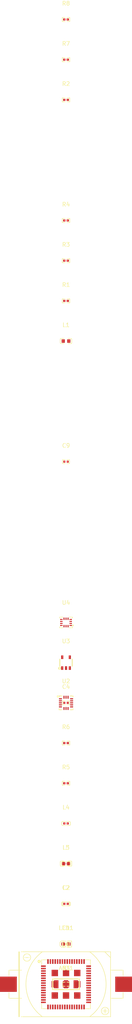
<source format=kicad_pcb>
(kicad_pcb (version 20241229) (generator "atopile") (generator_version "0.12.4")
  (layers (0 "F.Cu" signal) (31 "B.Cu" signal) (34 "B.Paste" user) (35 "F.Paste" user) (36 "B.SilkS" user "B.Silkscreen") (37 "F.SilkS" user "F.Silkscreen") (38 "B.Mask" user) (39 "F.Mask" user) (44 "Edge.Cuts" user))
  (net 0 "")
  (net 1 "PC13")
  (net 2 "PA2_UART2_TX")
  (net 3 "PA3_UART2_RX")
  (net 4 "PC0")
  (net 7 "VLXSMPS")
  (net 8 "PC6")
  (net 9 "PC4")
  (net 11 "PB7_UART1_RX")
  (net 18 "PA4")
  (net 19 "PA5")
  (net 20 "PB9")
  (net 22 "PB15")
  (net 23 "PA13")
  (net 26 "PC1")
  (net 29 "PA14")
  (net 30 "PC5")
  (net 31 "VREFpos")
  (net 32 "VFBSMPS")
  (net 35 "PB8")
  (net 39 "PC3")
  (net 6 "PB1")
  (net 41 "PA10")
  (net 43 "PA7")
  (net 44 "PB13")
  (net 45 "PB10")
  (net 47 "PA6")
  (net 48 "footprint-net-3")
  (net 50 "footprint-net-2")
  (net 51 "PB14")
  (net 52 "VDDMPS")
  (net 53 "PB12")
  (net 56 "PA8")
  (net 57 "NRST")
  (net 58 "PC2")
  (net 59 "PA11")
  (net 60 "PA9")
  (net 61 "PB11")
  (net 62 "BOOT0")
  (net 65 "PA12")
  (net 12 "footprint-net-0")
  (net 66 "footprint-net-1")
  (net 94 "ADC1")
  (net 95 "vbat")
  (net 96 "footprint-SDO_SA0-1")
  (net 97 "footprint-INT2-1")
  (net 99 "activation")
  (net 100 "footprint-CS-0")
  (net 101 "footprint-net-5")
  (net 102 "A")
  (net 103 "ADC2")
  (net 104 "SCX")
  (net 105 "led_status")
  (net 106 "footprint-CS-1")
  (net 107 "gnd")
  (net 108 "CS_AUX")
  (net 109 "INT1")
  (net 110 "RES")
  (net 111 "adc_ntc")
  (net 112 "footprint-INT2-0")
  (net 113 "footprint-net-4")
  (net 115 "ADC3")
  (net 116 "vcc")
  (net 117 "SDX")
  (net 118 "footprint-SDO_SA0-0")
  (net 119 "SDO_SUX")
  (net 15 "Dummy")
  (net 16 "Feed")
  (net 17 "RF_OUT")
  (net 5 "i2c_scl")
  (net 21 "i2c_sda")
  (footprint "RAKwireless_RAK3172_SIP_8_SM_NI:LGA-73_L12.0-W12.0-P0.60-TL" (layer "F.Cu") (at 0 0 0)
    (property "Reference" "U1" (at 0 -9.65 0) (layer "F.SilkS") (hide no))
    (property "Value" "")
    (fp_line (start -6.08 -4.82) (end -6.08 -6.08) (stroke (width 0.15)) (layer "F.SilkS"))
    (fp_line (start -6.08 -6.08) (end -4.82 -6.08) (stroke (width 0.15)) (layer "F.SilkS"))
    (fp_line (start 6.08 -4.82) (end 6.08 -6.08) (stroke (width 0.15)) (layer "F.SilkS"))
    (fp_line (start 6.08 -6.08) (end 4.82 -6.08) (stroke (width 0.15)) (layer "F.SilkS"))
    (fp_line (start 6.08 4.82) (end 6.08 6.08) (stroke (width 0.15)) (layer "F.SilkS"))
    (fp_line (start 6.08 6.08) (end 4.82 6.08) (stroke (width 0.15)) (layer "F.SilkS"))
    (fp_line (start -6.08 4.82) (end -6.08 6.08) (stroke (width 0.15)) (layer "F.SilkS"))
    (fp_line (start -6.08 6.08) (end -4.82 6.08) (stroke (width 0.15)) (layer "F.SilkS"))
    (fp_circle (center -6.7 -5.67) (end -6.5 -5.67) (stroke (width 0.4)) (fill no) (layer "F.SilkS"))
    (fp_text user "${REFERENCE}" (at 0 -9.65 0) (layer "F.SilkS"))
    (pad "1" smd rect (at -5.65 -4.5 0) (size 1.17 0.37) (layers "F.Cu" "F.Paste" "F.Mask") (net 23 "PA13"))
    (pad "2" smd rect (at -5.65 -3.9 0) (size 1.17 0.37) (layers "F.Cu" "F.Paste" "F.Mask") (net 29 "PA14"))
    (pad "3" smd rect (at -5.65 -3.3 0) (size 1.17 0.37) (layers "F.Cu" "F.Paste" "F.Mask") (net 116 "vcc"))
    (pad "4" smd rect (at -5.65 -2.7 0) (size 1.17 0.37) (layers "F.Cu" "F.Paste" "F.Mask") (net 95 "vbat"))
    (pad "5" smd rect (at -5.65 -2.1 0) (size 1.17 0.37) (layers "F.Cu" "F.Paste" "F.Mask") (net 1 "PC13"))
    (pad "6" smd rect (at -5.65 -1.5 0) (size 1.17 0.37) (layers "F.Cu" "F.Paste" "F.Mask") (net 31 "VREFpos"))
    (pad "7" smd rect (at -5.65 -0.9 0) (size 1.17 0.37) (layers "F.Cu" "F.Paste" "F.Mask") (net 116 "vcc"))
    (pad "8" smd rect (at -5.65 -0.3 0) (size 1.17 0.37) (layers "F.Cu" "F.Paste" "F.Mask") (net 5 "i2c_scl"))
    (pad "9" smd rect (at -5.65 0.3 0) (size 1.17 0.37) (layers "F.Cu" "F.Paste" "F.Mask") (net 22 "PB15"))
    (pad "10" smd rect (at -5.65 0.9 0) (size 1.17 0.37) (layers "F.Cu" "F.Paste" "F.Mask") (net 32 "VFBSMPS"))
    (pad "11" smd rect (at -5.65 1.5 0) (size 1.17 0.37) (layers "F.Cu" "F.Paste" "F.Mask") (net 52 "VDDMPS"))
    (pad "12" smd rect (at -5.65 2.1 0) (size 1.17 0.37) (layers "F.Cu" "F.Paste" "F.Mask") (net 107 "gnd"))
    (pad "13" smd rect (at -5.65 2.7 0) (size 1.17 0.37) (layers "F.Cu" "F.Paste" "F.Mask") (net 7 "VLXSMPS"))
    (pad "14" smd rect (at -5.65 3.3 0) (size 1.17 0.37) (layers "F.Cu" "F.Paste" "F.Mask") (net 97 "footprint-INT2-1"))
    (pad "15" smd rect (at -5.65 3.9 0) (size 1.17 0.37) (layers "F.Cu" "F.Paste" "F.Mask") (net 109 "INT1"))
    (pad "16" smd rect (at -5.65 4.5 0) (size 1.17 0.37) (layers "F.Cu" "F.Paste" "F.Mask") (net 105 "led_status"))
    (pad "17" smd rect (at -4.5 5.65 0) (size 0.37 1.17) (layers "F.Cu" "F.Paste" "F.Mask") (net 21 "i2c_sda"))
    (pad "18" smd rect (at -3.9 5.65 0) (size 0.37 1.17) (layers "F.Cu" "F.Paste" "F.Mask") (net 11 "PB7_UART1_RX"))
    (pad "19" smd rect (at -3.3 5.65 0) (size 0.37 1.17) (layers "F.Cu" "F.Paste" "F.Mask") (net 35 "PB8"))
    (pad "20" smd rect (at -2.7 5.65 0) (size 0.37 1.17) (layers "F.Cu" "F.Paste" "F.Mask") (net 20 "PB9"))
    (pad "21" smd rect (at -2.1 5.65 0) (size 0.37 1.17) (layers "F.Cu" "F.Paste" "F.Mask") (net 4 "PC0"))
    (pad "22" smd rect (at -1.5 5.65 0) (size 0.37 1.17) (layers "F.Cu" "F.Paste" "F.Mask") (net 26 "PC1"))
    (pad "23" smd rect (at -0.9 5.65 0) (size 0.37 1.17) (layers "F.Cu" "F.Paste" "F.Mask") (net 58 "PC2"))
    (pad "24" smd rect (at -0.3 5.65 0) (size 0.37 1.17) (layers "F.Cu" "F.Paste" "F.Mask") (net 39 "PC3"))
    (pad "25" smd rect (at 0.3 5.65 0) (size 0.37 1.17) (layers "F.Cu" "F.Paste" "F.Mask") (net 9 "PC4"))
    (pad "26" smd rect (at 0.9 5.65 0) (size 0.37 1.17) (layers "F.Cu" "F.Paste" "F.Mask") (net 30 "PC5"))
    (pad "27" smd rect (at 1.5 5.65 0) (size 0.37 1.17) (layers "F.Cu" "F.Paste" "F.Mask") (net 8 "PC6"))
    (pad "28" smd rect (at 2.1 5.65 0) (size 0.37 1.17) (layers "F.Cu" "F.Paste" "F.Mask") (net 107 "gnd"))
    (pad "29" smd rect (at 2.7 5.65 0) (size 0.37 1.17) (layers "F.Cu" "F.Paste" "F.Mask") (net 2 "PA2_UART2_TX"))
    (pad "30" smd rect (at 3.3 5.65 0) (size 0.37 1.17) (layers "F.Cu" "F.Paste" "F.Mask") (net 3 "PA3_UART2_RX"))
    (pad "31" smd rect (at 3.9 5.65 0) (size 0.37 1.17) (layers "F.Cu" "F.Paste" "F.Mask") (net 18 "PA4"))
    (pad "32" smd rect (at 4.5 5.65 0) (size 0.37 1.17) (layers "F.Cu" "F.Paste" "F.Mask") (net 19 "PA5"))
    (pad "33" smd rect (at 5.65 4.5 0) (size 1.17 0.37) (layers "F.Cu" "F.Paste" "F.Mask") (net 47 "PA6"))
    (pad "34" smd rect (at 5.65 3.9 0) (size 1.17 0.37) (layers "F.Cu" "F.Paste" "F.Mask") (net 43 "PA7"))
    (pad "35" smd rect (at 5.65 3.3 0) (size 1.17 0.37) (layers "F.Cu" "F.Paste" "F.Mask") (net 107 "gnd"))
    (pad "36" smd rect (at 5.65 2.7 0) (size 1.17 0.37) (layers "F.Cu" "F.Paste" "F.Mask") (net 107 "gnd"))
    (pad "37" smd rect (at 5.65 2.1 0) (size 1.17 0.37) (layers "F.Cu" "F.Paste" "F.Mask") (net 17 "RF_OUT"))
    (pad "38" smd rect (at 5.65 1.5 0) (size 1.17 0.37) (layers "F.Cu" "F.Paste" "F.Mask") (net 107 "gnd"))
    (pad "39" smd rect (at 5.65 0.9 0) (size 1.17 0.37) (layers "F.Cu" "F.Paste" "F.Mask") (net 107 "gnd"))
    (pad "40" smd rect (at 5.65 0.3 0) (size 1.17 0.37) (layers "F.Cu" "F.Paste" "F.Mask") (net 50 "footprint-net-2"))
    (pad "41" smd rect (at 5.65 -0.3 0) (size 1.17 0.37) (layers "F.Cu" "F.Paste" "F.Mask") (net 48 "footprint-net-3"))
    (pad "42" smd rect (at 5.65 -0.9 0) (size 1.17 0.37) (layers "F.Cu" "F.Paste" "F.Mask") (net 99 "activation"))
    (pad "43" smd rect (at 5.65 -1.5 0) (size 1.17 0.37) (layers "F.Cu" "F.Paste" "F.Mask") (net 62 "BOOT0"))
    (pad "44" smd rect (at 5.65 -2.1 0) (size 1.17 0.37) (layers "F.Cu" "F.Paste" "F.Mask") (net 57 "NRST"))
    (pad "45" smd rect (at 5.65 -2.7 0) (size 1.17 0.37) (layers "F.Cu" "F.Paste" "F.Mask") (net 111 "adc_ntc"))
    (pad "46" smd rect (at 5.65 -3.3 0) (size 1.17 0.37) (layers "F.Cu" "F.Paste" "F.Mask") (net 107 "gnd"))
    (pad "47" smd rect (at 5.65 -3.9 0) (size 1.17 0.37) (layers "F.Cu" "F.Paste" "F.Mask") (net 107 "gnd"))
    (pad "48" smd rect (at 5.65 -4.5 0) (size 1.17 0.37) (layers "F.Cu" "F.Paste" "F.Mask") (net 61 "PB11"))
    (pad "49" smd rect (at 4.5 -5.65 0) (size 0.37 1.17) (layers "F.Cu" "F.Paste" "F.Mask") (net 45 "PB10"))
    (pad "50" smd rect (at 3.9 -5.65 0) (size 0.37 1.17) (layers "F.Cu" "F.Paste" "F.Mask") (net 60 "PA9"))
    (pad "51" smd rect (at 3.3 -5.65 0) (size 0.37 1.17) (layers "F.Cu" "F.Paste" "F.Mask") (net 56 "PA8"))
    (pad "52" smd rect (at 2.7 -5.65 0) (size 0.37 1.17) (layers "F.Cu" "F.Paste" "F.Mask") (net 107 "gnd"))
    (pad "53" smd rect (at 2.1 -5.65 0) (size 0.37 1.17) (layers "F.Cu" "F.Paste" "F.Mask") (net 116 "vcc"))
    (pad "54" smd rect (at 1.5 -5.65 0) (size 0.37 1.17) (layers "F.Cu" "F.Paste" "F.Mask") (net 116 "vcc"))
    (pad "55" smd rect (at 0.9 -5.65 0) (size 0.37 1.17) (layers "F.Cu" "F.Paste" "F.Mask") (net 116 "vcc"))
    (pad "56" smd rect (at 0.3 -5.65 0) (size 0.37 1.17) (layers "F.Cu" "F.Paste" "F.Mask") (net 107 "gnd"))
    (pad "57" smd rect (at -0.3 -5.65 0) (size 0.37 1.17) (layers "F.Cu" "F.Paste" "F.Mask") (net 6 "PB1"))
    (pad "58" smd rect (at -0.9 -5.65 0) (size 0.37 1.17) (layers "F.Cu" "F.Paste" "F.Mask") (net 112 "footprint-INT2-0"))
    (pad "59" smd rect (at -1.5 -5.65 0) (size 0.37 1.17) (layers "F.Cu" "F.Paste" "F.Mask") (net 53 "PB12"))
    (pad "60" smd rect (at -2.1 -5.65 0) (size 0.37 1.17) (layers "F.Cu" "F.Paste" "F.Mask") (net 44 "PB13"))
    (pad "61" smd rect (at -2.7 -5.65 0) (size 0.37 1.17) (layers "F.Cu" "F.Paste" "F.Mask") (net 51 "PB14"))
    (pad "62" smd rect (at -3.3 -5.65 0) (size 0.37 1.17) (layers "F.Cu" "F.Paste" "F.Mask") (net 41 "PA10"))
    (pad "63" smd rect (at -3.9 -5.65 0) (size 0.37 1.17) (layers "F.Cu" "F.Paste" "F.Mask") (net 59 "PA11"))
    (pad "64" smd rect (at -4.5 -5.65 0) (size 0.37 1.17) (layers "F.Cu" "F.Paste" "F.Mask") (net 65 "PA12"))
    (pad "65" smd rect (at -2.8 -2.8 0) (size 1.6 1.6) (layers "F.Cu" "F.Paste" "F.Mask") (net 107 "gnd"))
    (pad "66" smd rect (at 0 -2.8 0) (size 1.6 1.6) (layers "F.Cu" "F.Paste" "F.Mask") (net 107 "gnd"))
    (pad "67" smd rect (at 2.8 -2.8 0) (size 1.6 1.6) (layers "F.Cu" "F.Paste" "F.Mask") (net 107 "gnd"))
    (pad "68" smd rect (at -2.8 0 0) (size 1.6 1.6) (layers "F.Cu" "F.Paste" "F.Mask") (net 107 "gnd"))
    (pad "69" smd rect (at 0 0 0) (size 1.6 1.6) (layers "F.Cu" "F.Paste" "F.Mask") (net 107 "gnd"))
    (pad "70" smd rect (at 2.8 0 0) (size 1.6 1.6) (layers "F.Cu" "F.Paste" "F.Mask") (net 107 "gnd"))
    (pad "71" smd rect (at -2.8 2.8 0) (size 1.6 1.6) (layers "F.Cu" "F.Paste" "F.Mask") (net 107 "gnd"))
    (pad "72" smd rect (at 0 2.8 0) (size 1.6 1.6) (layers "F.Cu" "F.Paste" "F.Mask") (net 107 "gnd"))
    (pad "73" smd rect (at 2.8 2.8 0) (size 1.6 1.6) (layers "F.Cu" "F.Paste" "F.Mask") (net 107 "gnd"))
  )
  (footprint "Murata_Electronics_GRM155R61A475KEAAD:C0402" (layer "F.Cu") (at 0 0 0)
    (property "Reference" "C3" (at 0 -4 0) (layer "F.SilkS") (hide no))
    (property "Value" "4.7µF ±10% 10V X5R")
    (fp_line (start -0.72 -0.5) (end -0.22 -0.5) (stroke (width 0.15)) (layer "F.SilkS"))
    (fp_line (start -0.87 0.35) (end -0.87 -0.35) (stroke (width 0.15)) (layer "F.SilkS"))
    (fp_line (start -0.22 0.5) (end -0.72 0.5) (stroke (width 0.15)) (layer "F.SilkS"))
    (fp_line (start 0.72 0.5) (end 0.22 0.5) (stroke (width 0.15)) (layer "F.SilkS"))
    (fp_line (start 0.22 -0.5) (end 0.72 -0.5) (stroke (width 0.15)) (layer "F.SilkS"))
    (fp_line (start 0.87 -0.35) (end 0.87 0.35) (stroke (width 0.15)) (layer "F.SilkS"))
    (fp_arc (start 0.87 -0.35) (mid 0.8260660171779821 -0.4560660171779821) (end 0.72 -0.5) (stroke (width 0.15)) (layer "F.SilkS"))
    (fp_arc (start 0.72 0.5) (mid 0.8260660171779821 0.4560660171779821) (end 0.87 0.35) (stroke (width 0.15)) (layer "F.SilkS"))
    (fp_arc (start -0.87 0.35) (mid -0.8260660171779821 0.4560660171779821) (end -0.72 0.5) (stroke (width 0.15)) (layer "F.SilkS"))
    (fp_arc (start -0.72 -0.5) (mid -0.8260660171779821 -0.4560660171779821) (end -0.87 -0.35) (stroke (width 0.15)) (layer "F.SilkS"))
    (fp_text user "${REFERENCE}" (at 0 -4 0) (layer "F.SilkS"))
    (pad "2" smd rect (at 0.42 0 0) (size 0.5 0.54) (layers "F.Cu" "F.Paste" "F.Mask") (net 107 "gnd"))
    (pad "1" smd rect (at -0.42 0 0) (size 0.5 0.54) (layers "F.Cu" "F.Paste" "F.Mask") (net 116 "vcc"))
  )
  (footprint "YAGEO_CC0402KRX7R9BB104:C0402" (layer "F.Cu") (at 0 -70 0)
    (property "Reference" "C4" (at 0 -4 0) (layer "F.SilkS") (hide no))
    (property "Value" "100nF ±10% 50V X7R")
    (fp_line (start -0.72 -0.5) (end -0.22 -0.5) (stroke (width 0.15)) (layer "F.SilkS"))
    (fp_line (start -0.87 0.35) (end -0.87 -0.35) (stroke (width 0.15)) (layer "F.SilkS"))
    (fp_line (start -0.22 0.5) (end -0.72 0.5) (stroke (width 0.15)) (layer "F.SilkS"))
    (fp_line (start 0.72 0.5) (end 0.22 0.5) (stroke (width 0.15)) (layer "F.SilkS"))
    (fp_line (start 0.22 -0.5) (end 0.72 -0.5) (stroke (width 0.15)) (layer "F.SilkS"))
    (fp_line (start 0.87 -0.35) (end 0.87 0.35) (stroke (width 0.15)) (layer "F.SilkS"))
    (fp_arc (start 0.87 -0.35) (mid 0.8260660171779821 -0.4560660171779821) (end 0.72 -0.5) (stroke (width 0.15)) (layer "F.SilkS"))
    (fp_arc (start 0.72 0.5) (mid 0.8260660171779821 0.4560660171779821) (end 0.87 0.35) (stroke (width 0.15)) (layer "F.SilkS"))
    (fp_arc (start -0.87 0.35) (mid -0.8260660171779821 0.4560660171779821) (end -0.72 0.5) (stroke (width 0.15)) (layer "F.SilkS"))
    (fp_arc (start -0.72 -0.5) (mid -0.8260660171779821 -0.4560660171779821) (end -0.87 -0.35) (stroke (width 0.15)) (layer "F.SilkS"))
    (fp_text user "${REFERENCE}" (at 0 -4 0) (layer "F.SilkS"))
    (pad "2" smd rect (at 0.42 0 0) (size 0.5 0.54) (layers "F.Cu" "F.Paste" "F.Mask") (net 107 "gnd"))
    (pad "1" smd rect (at -0.42 0 0) (size 0.5 0.54) (layers "F.Cu" "F.Paste" "F.Mask") (net 116 "vcc"))
  )
  (footprint "Murata_Electronics_GRM155R61A475KEAAD:C0402" (layer "F.Cu") (at 0 -130 0)
    (property "Reference" "C9" (at 0 -4 0) (layer "F.SilkS") (hide no))
    (property "Value" "4.7µF ±10% 10V X5R")
    (fp_line (start -0.72 -0.5) (end -0.22 -0.5) (stroke (width 0.15)) (layer "F.SilkS"))
    (fp_line (start -0.87 0.35) (end -0.87 -0.35) (stroke (width 0.15)) (layer "F.SilkS"))
    (fp_line (start -0.22 0.5) (end -0.72 0.5) (stroke (width 0.15)) (layer "F.SilkS"))
    (fp_line (start 0.72 0.5) (end 0.22 0.5) (stroke (width 0.15)) (layer "F.SilkS"))
    (fp_line (start 0.22 -0.5) (end 0.72 -0.5) (stroke (width 0.15)) (layer "F.SilkS"))
    (fp_line (start 0.87 -0.35) (end 0.87 0.35) (stroke (width 0.15)) (layer "F.SilkS"))
    (fp_arc (start 0.87 -0.35) (mid 0.8260660171779821 -0.4560660171779821) (end 0.72 -0.5) (stroke (width 0.15)) (layer "F.SilkS"))
    (fp_arc (start 0.72 0.5) (mid 0.8260660171779821 0.4560660171779821) (end 0.87 0.35) (stroke (width 0.15)) (layer "F.SilkS"))
    (fp_arc (start -0.87 0.35) (mid -0.8260660171779821 0.4560660171779821) (end -0.72 0.5) (stroke (width 0.15)) (layer "F.SilkS"))
    (fp_arc (start -0.72 -0.5) (mid -0.8260660171779821 -0.4560660171779821) (end -0.87 -0.35) (stroke (width 0.15)) (layer "F.SilkS"))
    (fp_text user "${REFERENCE}" (at 0 -4 0) (layer "F.SilkS"))
    (pad "2" smd rect (at 0.42 0 0) (size 0.5 0.54) (layers "F.Cu" "F.Paste" "F.Mask") (net 107 "gnd"))
    (pad "1" smd rect (at -0.42 0 0) (size 0.5 0.54) (layers "F.Cu" "F.Paste" "F.Mask") (net 116 "vcc"))
  )
  (footprint "Murata_Electronics_LQM18FN100M00D:L0603" (layer "F.Cu") (at 0 -160 0)
    (property "Reference" "L1" (at 0 -4 0) (layer "F.SilkS") (hide no))
    (property "Value" "10µH ±20% 30MHz 50mA 1.17Ω")
    (fp_line (start -1.27 0.65) (end -1.43 0.5) (stroke (width 0.15)) (layer "F.SilkS"))
    (fp_line (start -1.43 0.5) (end -1.43 -0.51) (stroke (width 0.15)) (layer "F.SilkS"))
    (fp_line (start -1.43 -0.51) (end -1.27 -0.65) (stroke (width 0.15)) (layer "F.SilkS"))
    (fp_line (start 1.27 -0.65) (end 1.42 -0.5) (stroke (width 0.15)) (layer "F.SilkS"))
    (fp_line (start 1.42 -0.5) (end 1.42 0.52) (stroke (width 0.15)) (layer "F.SilkS"))
    (fp_line (start 1.42 0.52) (end 1.27 0.65) (stroke (width 0.15)) (layer "F.SilkS"))
    (fp_line (start -1.28 -0.65) (end -0.51 -0.65) (stroke (width 0.15)) (layer "F.SilkS"))
    (fp_line (start 1.27 0.65) (end 0.51 0.65) (stroke (width 0.15)) (layer "F.SilkS"))
    (fp_line (start -1.28 0.65) (end -0.51 0.65) (stroke (width 0.15)) (layer "F.SilkS"))
    (fp_line (start 1.27 -0.65) (end 0.51 -0.65) (stroke (width 0.15)) (layer "F.SilkS"))
    (fp_text user "${REFERENCE}" (at 0 -4 0) (layer "F.SilkS"))
    (pad "1" smd rect (at -0.7 0 180) (size 0.8 0.86) (layers "F.Cu" "F.Paste" "F.Mask") (net 116 "vcc"))
    (pad "2" smd rect (at 0.7 0 180) (size 0.8 0.86) (layers "F.Cu" "F.Paste" "F.Mask") (net 116 "vcc"))
  )
  (footprint "YAGEO_RC0402FR_0710KL:R0402" (layer "F.Cu") (at 0 -170 0)
    (property "Reference" "R1" (at 0 -4 0) (layer "F.SilkS") (hide no))
    (property "Value" "10kΩ ±1% 62.5mW")
    (fp_line (start -0.23 0.5) (end -0.94 0.5) (stroke (width 0.15)) (layer "F.SilkS"))
    (fp_line (start -0.94 0.5) (end -0.94 -0.5) (stroke (width 0.15)) (layer "F.SilkS"))
    (fp_line (start -0.94 -0.5) (end -0.23 -0.5) (stroke (width 0.15)) (layer "F.SilkS"))
    (fp_line (start 0.23 0.5) (end 0.94 0.5) (stroke (width 0.15)) (layer "F.SilkS"))
    (fp_line (start 0.94 0.5) (end 0.94 -0.5) (stroke (width 0.15)) (layer "F.SilkS"))
    (fp_line (start 0.94 -0.5) (end 0.23 -0.5) (stroke (width 0.15)) (layer "F.SilkS"))
    (fp_text user "${REFERENCE}" (at 0 -4 0) (layer "F.SilkS"))
    (pad "2" smd rect (at 0.43 0 0) (size 0.57 0.54) (layers "F.Cu" "F.Paste" "F.Mask") (net 107 "gnd"))
    (pad "1" smd rect (at -0.43 0 0) (size 0.57 0.54) (layers "F.Cu" "F.Paste" "F.Mask") (net 116 "vcc"))
  )
  (footprint "Murata_Electronics_NCP15XH103F03RC:R0402" (layer "F.Cu") (at 0 -180 0)
    (property "Reference" "R3" (at 0 -4 0) (layer "F.SilkS") (hide no))
    (property "Value" "")
    (fp_line (start -0.23 0.5) (end -0.94 0.5) (stroke (width 0.15)) (layer "F.SilkS"))
    (fp_line (start -0.94 0.5) (end -0.94 -0.5) (stroke (width 0.15)) (layer "F.SilkS"))
    (fp_line (start -0.94 -0.5) (end -0.23 -0.5) (stroke (width 0.15)) (layer "F.SilkS"))
    (fp_line (start 0.23 0.5) (end 0.94 0.5) (stroke (width 0.15)) (layer "F.SilkS"))
    (fp_line (start 0.94 0.5) (end 0.94 -0.5) (stroke (width 0.15)) (layer "F.SilkS"))
    (fp_line (start 0.94 -0.5) (end 0.23 -0.5) (stroke (width 0.15)) (layer "F.SilkS"))
    (fp_text user "${REFERENCE}" (at 0 -4 0) (layer "F.SilkS"))
    (pad "2" smd rect (at 0.43 0 0) (size 0.57 0.54) (layers "F.Cu" "F.Paste" "F.Mask") (net 107 "gnd"))
    (pad "1" smd rect (at -0.43 0 0) (size 0.57 0.54) (layers "F.Cu" "F.Paste" "F.Mask") (net 111 "adc_ntc"))
  )
  (footprint "YAGEO_RC0402FR_0710KL:R0402" (layer "F.Cu") (at 0 -190 0)
    (property "Reference" "R4" (at 0 -4 0) (layer "F.SilkS") (hide no))
    (property "Value" "10kΩ ±1% 62.5mW")
    (fp_line (start -0.23 0.5) (end -0.94 0.5) (stroke (width 0.15)) (layer "F.SilkS"))
    (fp_line (start -0.94 0.5) (end -0.94 -0.5) (stroke (width 0.15)) (layer "F.SilkS"))
    (fp_line (start -0.94 -0.5) (end -0.23 -0.5) (stroke (width 0.15)) (layer "F.SilkS"))
    (fp_line (start 0.23 0.5) (end 0.94 0.5) (stroke (width 0.15)) (layer "F.SilkS"))
    (fp_line (start 0.94 0.5) (end 0.94 -0.5) (stroke (width 0.15)) (layer "F.SilkS"))
    (fp_line (start 0.94 -0.5) (end 0.23 -0.5) (stroke (width 0.15)) (layer "F.SilkS"))
    (fp_text user "${REFERENCE}" (at 0 -4 0) (layer "F.SilkS"))
    (pad "2" smd rect (at 0.43 0 0) (size 0.57 0.54) (layers "F.Cu" "F.Paste" "F.Mask") (net 111 "adc_ntc"))
    (pad "1" smd rect (at -0.43 0 0) (size 0.57 0.54) (layers "F.Cu" "F.Paste" "F.Mask") (net 116 "vcc"))
  )
  (footprint "YAGEO_RC0402FR_0710KL:R0402" (layer "F.Cu") (at 0 -220 0)
    (property "Reference" "R2" (at 0 -4 0) (layer "F.SilkS") (hide no))
    (property "Value" "10kΩ ±1% 62.5mW")
    (fp_line (start -0.23 0.5) (end -0.94 0.5) (stroke (width 0.15)) (layer "F.SilkS"))
    (fp_line (start -0.94 0.5) (end -0.94 -0.5) (stroke (width 0.15)) (layer "F.SilkS"))
    (fp_line (start -0.94 -0.5) (end -0.23 -0.5) (stroke (width 0.15)) (layer "F.SilkS"))
    (fp_line (start 0.23 0.5) (end 0.94 0.5) (stroke (width 0.15)) (layer "F.SilkS"))
    (fp_line (start 0.94 0.5) (end 0.94 -0.5) (stroke (width 0.15)) (layer "F.SilkS"))
    (fp_line (start 0.94 -0.5) (end 0.23 -0.5) (stroke (width 0.15)) (layer "F.SilkS"))
    (fp_text user "${REFERENCE}" (at 0 -4 0) (layer "F.SilkS"))
    (pad "2" smd rect (at 0.43 0 0) (size 0.57 0.54) (layers "F.Cu" "F.Paste" "F.Mask") (net 66 "footprint-net-1"))
    (pad "1" smd rect (at -0.43 0 0) (size 0.57 0.54) (layers "F.Cu" "F.Paste" "F.Mask") (net 12 "footprint-net-0"))
  )
  (footprint "YAGEO_RC0402JR_074K7L:R0402" (layer "F.Cu") (at 0 -230 0)
    (property "Reference" "R7" (at 0 -4 0) (layer "F.SilkS") (hide no))
    (property "Value" "4.7kΩ ±5% 62.5mW")
    (fp_line (start -0.23 0.5) (end -0.94 0.5) (stroke (width 0.15)) (layer "F.SilkS"))
    (fp_line (start -0.94 0.5) (end -0.94 -0.5) (stroke (width 0.15)) (layer "F.SilkS"))
    (fp_line (start -0.94 -0.5) (end -0.23 -0.5) (stroke (width 0.15)) (layer "F.SilkS"))
    (fp_line (start 0.23 0.5) (end 0.94 0.5) (stroke (width 0.15)) (layer "F.SilkS"))
    (fp_line (start 0.94 0.5) (end 0.94 -0.5) (stroke (width 0.15)) (layer "F.SilkS"))
    (fp_line (start 0.94 -0.5) (end 0.23 -0.5) (stroke (width 0.15)) (layer "F.SilkS"))
    (fp_text user "${REFERENCE}" (at 0 -4 0) (layer "F.SilkS"))
    (pad "2" smd rect (at 0.43 0 0) (size 0.57 0.54) (layers "F.Cu" "F.Paste" "F.Mask") (net 21 "i2c_sda"))
    (pad "1" smd rect (at -0.43 0 0) (size 0.57 0.54) (layers "F.Cu" "F.Paste" "F.Mask") (net 116 "vcc"))
  )
  (footprint "YAGEO_RC0402JR_074K7L:R0402" (layer "F.Cu") (at 0 -240 0)
    (property "Reference" "R8" (at 0 -4 0) (layer "F.SilkS") (hide no))
    (property "Value" "4.7kΩ ±5% 62.5mW")
    (fp_line (start -0.23 0.5) (end -0.94 0.5) (stroke (width 0.15)) (layer "F.SilkS"))
    (fp_line (start -0.94 0.5) (end -0.94 -0.5) (stroke (width 0.15)) (layer "F.SilkS"))
    (fp_line (start -0.94 -0.5) (end -0.23 -0.5) (stroke (width 0.15)) (layer "F.SilkS"))
    (fp_line (start 0.23 0.5) (end 0.94 0.5) (stroke (width 0.15)) (layer "F.SilkS"))
    (fp_line (start 0.94 0.5) (end 0.94 -0.5) (stroke (width 0.15)) (layer "F.SilkS"))
    (fp_line (start 0.94 -0.5) (end 0.23 -0.5) (stroke (width 0.15)) (layer "F.SilkS"))
    (fp_text user "${REFERENCE}" (at 0 -4 0) (layer "F.SilkS"))
    (pad "2" smd rect (at 0.43 0 0) (size 0.57 0.54) (layers "F.Cu" "F.Paste" "F.Mask") (net 5 "i2c_scl"))
    (pad "1" smd rect (at -0.43 0 0) (size 0.57 0.54) (layers "F.Cu" "F.Paste" "F.Mask") (net 116 "vcc"))
  )
  (footprint "Q_J_CR2032_BS_6_1:BAT-TH_CR2032-BS-6-1" (layer "F.Cu") (at 0 0 0)
    (property "Reference" "B1" (at 0 -4 0) (layer "F.SilkS") (hide no))
    (property "Value" "")
    (fp_line (start 11.13 8.08) (end 11.13 1.98) (stroke (width 0.15)) (layer "F.SilkS"))
    (fp_line (start -9.2 -6.65) (end -10.3 -6.65) (stroke (width 0.15)) (layer "F.SilkS"))
    (fp_line (start 9.2 6.65) (end 10.3 6.65) (stroke (width 0.15)) (layer "F.SilkS"))
    (fp_line (start 9.75 7.2) (end 9.75 6.1) (stroke (width 0.15)) (layer "F.SilkS"))
    (fp_line (start 11.13 -1.98) (end 11.13 2.06) (stroke (width 0.15)) (layer "F.SilkS"))
    (fp_line (start -11.8 -8.05) (end -11.8 8.05) (stroke (width 0.15)) (layer "F.SilkS"))
    (fp_line (start -11.8 -8.07) (end -11.65 -8.07) (stroke (width 0.15)) (layer "F.SilkS"))
    (fp_line (start -11.65 -8.07) (end -11.65 8.08) (stroke (width 0.15)) (layer "F.SilkS"))
    (fp_line (start -11.65 8.08) (end -11.8 8.08) (stroke (width 0.15)) (layer "F.SilkS"))
    (fp_line (start -14.25 3.5) (end -11.13 3.5) (stroke (width 0.15)) (layer "F.SilkS"))
    (fp_line (start -14.25 3.5) (end -14.25 2.08) (stroke (width 0.15)) (layer "F.SilkS"))
    (fp_line (start -14.25 -3.5) (end -14.25 -2.08) (stroke (width 0.15)) (layer "F.SilkS"))
    (fp_line (start -14.25 -3.5) (end -11.13 -3.5) (stroke (width 0.15)) (layer "F.SilkS"))
    (fp_line (start 14.25 3.5) (end 11.13 3.5) (stroke (width 0.15)) (layer "F.SilkS"))
    (fp_line (start 14.25 3.5) (end 14.25 2.08) (stroke (width 0.15)) (layer "F.SilkS"))
    (fp_line (start 14.25 -3.5) (end 14.25 -2.08) (stroke (width 0.15)) (layer "F.SilkS"))
    (fp_line (start 14.25 -3.5) (end 11.13 -3.5) (stroke (width 0.15)) (layer "F.SilkS"))
    (fp_line (start 9.64 -8.08) (end 9.66 -8.08) (stroke (width 0.15)) (layer "F.SilkS"))
    (fp_line (start 9.66 -8.08) (end 11.13 -6.61) (stroke (width 0.15)) (layer "F.SilkS"))
    (fp_line (start -11.13 -8.08) (end 11.13 -8.08) (stroke (width 0.15)) (layer "F.SilkS"))
    (fp_line (start 11.13 -8.08) (end 11.13 -1.98) (stroke (width 0.15)) (layer "F.SilkS"))
    (fp_line (start -11.13 8.08) (end 11.13 8.08) (stroke (width 0.15)) (layer "F.SilkS"))
    (fp_arc (start -5.91 8.07) (mid -10.006743821177578 -0.003601908927777231) (end -5.904183094256048 -8.074249541064866) (stroke (width 0.15)) (layer "F.SilkS"))
    (fp_arc (start 5.91 -8.07) (mid 10.006743821177578 0.003601908927777231) (end 5.904183094256048 8.074249541064866) (stroke (width 0.15)) (layer "F.SilkS"))
    (fp_circle (center 9.75 6.65) (end 10.67 6.65) (stroke (width 0.15)) (fill no) (layer "F.SilkS"))
    (fp_circle (center -9.75 -6.65) (end -8.83 -6.65) (stroke (width 0.15)) (fill no) (layer "F.SilkS"))
    (fp_text user "${REFERENCE}" (at 0 -4 0) (layer "F.SilkS"))
    (pad "1" smd rect (at 14.39 0 0) (size 4.2 3.8) (layers "F.Cu" "F.Paste" "F.Mask") (net 95 "vbat"))
    (pad "2" smd rect (at -14.39 0 0) (size 4.2 3.8) (layers "F.Cu" "F.Paste" "F.Mask") (net 107 "gnd"))
  )
  (footprint "Everlight_Elec_19_217_GHC_YR1S2_3T:LED0603-RD" (layer "F.Cu") (at 0 -10 0)
    (property "Reference" "LED1" (at 0 -4 0) (layer "F.SilkS") (hide no))
    (property "Value" "")
    (fp_line (start 0.22 0.33) (end 0.21 0.33) (stroke (width 0.15)) (layer "F.SilkS"))
    (fp_line (start 0.21 0.33) (end -0.12 0) (stroke (width 0.15)) (layer "F.SilkS"))
    (fp_line (start 0.22 -0.35) (end 0.22 -0.34) (stroke (width 0.15)) (layer "F.SilkS"))
    (fp_line (start 0.22 -0.34) (end -0.12 0) (stroke (width 0.15)) (layer "F.SilkS"))
    (fp_line (start 0.22 -0.35) (end 0.22 0.33) (stroke (width 0.15)) (layer "F.SilkS"))
    (fp_line (start 0.24 -0.75) (end 1.39 -0.75) (stroke (width 0.15)) (layer "F.SilkS"))
    (fp_line (start 0.24 0.75) (end 1.39 0.75) (stroke (width 0.15)) (layer "F.SilkS"))
    (fp_line (start 1.39 -0.75) (end 1.39 0.73) (stroke (width 0.15)) (layer "F.SilkS"))
    (fp_line (start -0.14 0.75) (end -1.19 0.75) (stroke (width 0.15)) (layer "F.SilkS"))
    (fp_line (start -1.49 0.35) (end -1.49 0.45) (stroke (width 0.15)) (layer "F.SilkS"))
    (fp_line (start -1.49 0.45) (end -1.19 0.75) (stroke (width 0.15)) (layer "F.SilkS"))
    (fp_line (start -1.49 -0.35) (end -1.49 0.35) (stroke (width 0.15)) (layer "F.SilkS"))
    (fp_line (start -1.49 -0.35) (end -1.49 -0.45) (stroke (width 0.15)) (layer "F.SilkS"))
    (fp_line (start -1.49 -0.45) (end -1.19 -0.75) (stroke (width 0.15)) (layer "F.SilkS"))
    (fp_line (start -0.14 -0.75) (end -1.19 -0.75) (stroke (width 0.15)) (layer "F.SilkS"))
    (fp_line (start 0.22 0) (end -0.12 0) (stroke (width 0.15)) (layer "F.SilkS"))
    (fp_text user "${REFERENCE}" (at 0 -4 0) (layer "F.SilkS"))
    (pad "2" smd rect (at 0.75 0 90) (size 0.8 0.8) (layers "F.Cu" "F.Paste" "F.Mask") (net 102 "A"))
    (pad "1" smd rect (at -0.75 0 90) (size 0.8 0.8) (layers "F.Cu" "F.Paste" "F.Mask") (net 107 "gnd"))
  )
  (footprint "Murata_Electronics_BLM15PD121SN1D:L0402" (layer "F.Cu") (at 0 -20 0)
    (property "Reference" "L2" (at 0 -4 0) (layer "F.SilkS") (hide no))
    (property "Value" "")
    (fp_line (start -0.13 0.51) (end -0.92 0.51) (stroke (width 0.15)) (layer "F.SilkS"))
    (fp_line (start -0.92 0.51) (end -1.07 0.36) (stroke (width 0.15)) (layer "F.SilkS"))
    (fp_line (start -1.07 0.36) (end -1.07 -0.34) (stroke (width 0.15)) (layer "F.SilkS"))
    (fp_line (start -1.07 -0.34) (end -0.92 -0.49) (stroke (width 0.15)) (layer "F.SilkS"))
    (fp_line (start -0.92 -0.49) (end -0.13 -0.49) (stroke (width 0.15)) (layer "F.SilkS"))
    (fp_line (start 0.13 0.51) (end 0.92 0.51) (stroke (width 0.15)) (layer "F.SilkS"))
    (fp_line (start 0.92 0.51) (end 1.07 0.36) (stroke (width 0.15)) (layer "F.SilkS"))
    (fp_line (start 1.07 0.36) (end 1.07 -0.33) (stroke (width 0.15)) (layer "F.SilkS"))
    (fp_line (start 1.07 -0.33) (end 0.91 -0.49) (stroke (width 0.15)) (layer "F.SilkS"))
    (fp_line (start 0.91 -0.49) (end 0.13 -0.49) (stroke (width 0.15)) (layer "F.SilkS"))
    (fp_text user "${REFERENCE}" (at 0 -4 0) (layer "F.SilkS"))
    (pad "2" smd rect (at 0.42 0 0) (size 0.54 0.54) (layers "F.Cu" "F.Paste" "F.Mask") (net 116 "vcc"))
    (pad "1" smd rect (at -0.42 0 0) (size 0.54 0.54) (layers "F.Cu" "F.Paste" "F.Mask") (net 95 "vbat"))
  )
  (footprint "Murata_Electronics_BLM15PD121SN1D:L0402" (layer "F.Cu") (at 0 -30 0)
    (property "Reference" "L3" (at 0 -4 0) (layer "F.SilkS") (hide no))
    (property "Value" "")
    (fp_line (start -0.13 0.51) (end -0.92 0.51) (stroke (width 0.15)) (layer "F.SilkS"))
    (fp_line (start -0.92 0.51) (end -1.07 0.36) (stroke (width 0.15)) (layer "F.SilkS"))
    (fp_line (start -1.07 0.36) (end -1.07 -0.34) (stroke (width 0.15)) (layer "F.SilkS"))
    (fp_line (start -1.07 -0.34) (end -0.92 -0.49) (stroke (width 0.15)) (layer "F.SilkS"))
    (fp_line (start -0.92 -0.49) (end -0.13 -0.49) (stroke (width 0.15)) (layer "F.SilkS"))
    (fp_line (start 0.13 0.51) (end 0.92 0.51) (stroke (width 0.15)) (layer "F.SilkS"))
    (fp_line (start 0.92 0.51) (end 1.07 0.36) (stroke (width 0.15)) (layer "F.SilkS"))
    (fp_line (start 1.07 0.36) (end 1.07 -0.33) (stroke (width 0.15)) (layer "F.SilkS"))
    (fp_line (start 1.07 -0.33) (end 0.91 -0.49) (stroke (width 0.15)) (layer "F.SilkS"))
    (fp_line (start 0.91 -0.49) (end 0.13 -0.49) (stroke (width 0.15)) (layer "F.SilkS"))
    (fp_text user "${REFERENCE}" (at 0 -4 0) (layer "F.SilkS"))
    (pad "2" smd rect (at 0.42 0 0) (size 0.54 0.54) (layers "F.Cu" "F.Paste" "F.Mask") (net 116 "vcc"))
    (pad "1" smd rect (at -0.42 0 0) (size 0.54 0.54) (layers "F.Cu" "F.Paste" "F.Mask") (net 116 "vcc"))
  )
  (footprint "Murata_Electronics_BLM15PD121SN1D:L0402" (layer "F.Cu") (at 0 -40 0)
    (property "Reference" "L4" (at 0 -4 0) (layer "F.SilkS") (hide no))
    (property "Value" "")
    (fp_line (start -0.13 0.51) (end -0.92 0.51) (stroke (width 0.15)) (layer "F.SilkS"))
    (fp_line (start -0.92 0.51) (end -1.07 0.36) (stroke (width 0.15)) (layer "F.SilkS"))
    (fp_line (start -1.07 0.36) (end -1.07 -0.34) (stroke (width 0.15)) (layer "F.SilkS"))
    (fp_line (start -1.07 -0.34) (end -0.92 -0.49) (stroke (width 0.15)) (layer "F.SilkS"))
    (fp_line (start -0.92 -0.49) (end -0.13 -0.49) (stroke (width 0.15)) (layer "F.SilkS"))
    (fp_line (start 0.13 0.51) (end 0.92 0.51) (stroke (width 0.15)) (layer "F.SilkS"))
    (fp_line (start 0.92 0.51) (end 1.07 0.36) (stroke (width 0.15)) (layer "F.SilkS"))
    (fp_line (start 1.07 0.36) (end 1.07 -0.33) (stroke (width 0.15)) (layer "F.SilkS"))
    (fp_line (start 1.07 -0.33) (end 0.91 -0.49) (stroke (width 0.15)) (layer "F.SilkS"))
    (fp_line (start 0.91 -0.49) (end 0.13 -0.49) (stroke (width 0.15)) (layer "F.SilkS"))
    (fp_text user "${REFERENCE}" (at 0 -4 0) (layer "F.SilkS"))
    (pad "2" smd rect (at 0.42 0 0) (size 0.54 0.54) (layers "F.Cu" "F.Paste" "F.Mask") (net 116 "vcc"))
    (pad "1" smd rect (at -0.42 0 0) (size 0.54 0.54) (layers "F.Cu" "F.Paste" "F.Mask") (net 116 "vcc"))
  )
  (footprint "YAGEO_RC0402FR_0710KL:R0402" (layer "F.Cu") (at 0 -50 0)
    (property "Reference" "R5" (at 0 -4 0) (layer "F.SilkS") (hide no))
    (property "Value" "10kΩ ±1% 62.5mW")
    (fp_line (start -0.23 0.5) (end -0.94 0.5) (stroke (width 0.15)) (layer "F.SilkS"))
    (fp_line (start -0.94 0.5) (end -0.94 -0.5) (stroke (width 0.15)) (layer "F.SilkS"))
    (fp_line (start -0.94 -0.5) (end -0.23 -0.5) (stroke (width 0.15)) (layer "F.SilkS"))
    (fp_line (start 0.23 0.5) (end 0.94 0.5) (stroke (width 0.15)) (layer "F.SilkS"))
    (fp_line (start 0.94 0.5) (end 0.94 -0.5) (stroke (width 0.15)) (layer "F.SilkS"))
    (fp_line (start 0.94 -0.5) (end 0.23 -0.5) (stroke (width 0.15)) (layer "F.SilkS"))
    (fp_text user "${REFERENCE}" (at 0 -4 0) (layer "F.SilkS"))
    (pad "2" smd rect (at 0.43 0 0) (size 0.57 0.54) (layers "F.Cu" "F.Paste" "F.Mask") (net 99 "activation"))
    (pad "1" smd rect (at -0.43 0 0) (size 0.57 0.54) (layers "F.Cu" "F.Paste" "F.Mask") (net 116 "vcc"))
  )
  (footprint "YAGEO_RC0402JR_071KL:R0402" (layer "F.Cu") (at 0 -60 0)
    (property "Reference" "R6" (at 0 -4 0) (layer "F.SilkS") (hide no))
    (property "Value" "1kΩ ±5% 62.5mW")
    (fp_line (start -0.23 0.5) (end -0.94 0.5) (stroke (width 0.15)) (layer "F.SilkS"))
    (fp_line (start -0.94 0.5) (end -0.94 -0.5) (stroke (width 0.15)) (layer "F.SilkS"))
    (fp_line (start -0.94 -0.5) (end -0.23 -0.5) (stroke (width 0.15)) (layer "F.SilkS"))
    (fp_line (start 0.23 0.5) (end 0.94 0.5) (stroke (width 0.15)) (layer "F.SilkS"))
    (fp_line (start 0.94 0.5) (end 0.94 -0.5) (stroke (width 0.15)) (layer "F.SilkS"))
    (fp_line (start 0.94 -0.5) (end 0.23 -0.5) (stroke (width 0.15)) (layer "F.SilkS"))
    (fp_text user "${REFERENCE}" (at 0 -4 0) (layer "F.SilkS"))
    (pad "2" smd rect (at 0.43 0 0) (size 0.57 0.54) (layers "F.Cu" "F.Paste" "F.Mask") (net 102 "A"))
    (pad "1" smd rect (at -0.43 0 0) (size 0.57 0.54) (layers "F.Cu" "F.Paste" "F.Mask") (net 105 "led_status"))
  )
  (footprint "STMicroelectronics_LIS3DHTR:LGA-16_L3.0-W3.0-P0.50-TL" (layer "F.Cu") (at 0 -70 0)
    (property "Reference" "U2" (at 0 -5.4 0) (layer "F.SilkS") (hide no))
    (property "Value" "")
    (fp_line (start -1.72 -1.45) (end -1.72 -1.73) (stroke (width 0.2)) (layer "F.SilkS"))
    (fp_line (start -1.72 -1.73) (end -1.02 -1.73) (stroke (width 0.2)) (layer "F.SilkS"))
    (fp_line (start 1.03 -1.73) (end 1.73 -1.73) (stroke (width 0.2)) (layer "F.SilkS"))
    (fp_line (start 1.73 -1.73) (end 1.73 -1.45) (stroke (width 0.2)) (layer "F.SilkS"))
    (fp_line (start -1.72 1.45) (end -1.72 1.72) (stroke (width 0.2)) (layer "F.SilkS"))
    (fp_line (start -1.72 1.72) (end -1.02 1.72) (stroke (width 0.2)) (layer "F.SilkS"))
    (fp_line (start 1.03 1.72) (end 1.73 1.72) (stroke (width 0.2)) (layer "F.SilkS"))
    (fp_line (start 1.73 1.72) (end 1.73 1.45) (stroke (width 0.2)) (layer "F.SilkS"))
    (fp_arc (start -2.05 -1.58) (mid -2.05 -1.58) (end -2.05 -1.58) (stroke (width 0.25)) (layer "F.SilkS"))
    (fp_text user "${REFERENCE}" (at 0 -5.4 0) (layer "F.SilkS"))
    (pad "1" smd oval (at -1.4 -1 0) (size 0.8 0.28) (layers "F.Cu" "F.Paste" "F.Mask") (net 116 "vcc"))
    (pad "2" smd oval (at -1.4 -0.5 0) (size 0.8 0.28) (layers "F.Cu" "F.Paste" "F.Mask") (net 113 "footprint-net-4"))
    (pad "3" smd oval (at -1.4 0 0) (size 0.8 0.28) (layers "F.Cu" "F.Paste" "F.Mask") (net 101 "footprint-net-5"))
    (pad "4" smd oval (at -1.4 0.5 0) (size 0.8 0.28) (layers "F.Cu" "F.Paste" "F.Mask") (net 5 "i2c_scl"))
    (pad "5" smd oval (at -1.4 1 0) (size 0.8 0.28) (layers "F.Cu" "F.Paste" "F.Mask") (net 107 "gnd"))
    (pad "6" smd oval (at -0.5 1.4 0) (size 0.28 0.8) (layers "F.Cu" "F.Paste" "F.Mask") (net 21 "i2c_sda"))
    (pad "7" smd oval (at 0 1.4 0) (size 0.28 0.8) (layers "F.Cu" "F.Paste" "F.Mask") (net 118 "footprint-SDO_SA0-0"))
    (pad "8" smd oval (at 0.5 1.4 0) (size 0.28 0.8) (layers "F.Cu" "F.Paste" "F.Mask") (net 100 "footprint-CS-0"))
    (pad "9" smd oval (at 1.4 1 0) (size 0.8 0.28) (layers "F.Cu" "F.Paste" "F.Mask") (net 97 "footprint-INT2-1"))
    (pad "10" smd oval (at 1.4 0.5 0) (size 0.8 0.28) (layers "F.Cu" "F.Paste" "F.Mask") (net 110 "RES"))
    (pad "11" smd oval (at 1.4 0 0) (size 0.8 0.28) (layers "F.Cu" "F.Paste" "F.Mask") (net 109 "INT1"))
    (pad "12" smd oval (at 1.4 -0.5 0) (size 0.8 0.28) (layers "F.Cu" "F.Paste" "F.Mask") (net 107 "gnd"))
    (pad "13" smd oval (at 1.4 -1 0) (size 0.8 0.28) (layers "F.Cu" "F.Paste" "F.Mask") (net 115 "ADC3"))
    (pad "14" smd oval (at 0.5 -1.4 0) (size 0.28 0.8) (layers "F.Cu" "F.Paste" "F.Mask") (net 116 "vcc"))
    (pad "15" smd oval (at 0 -1.4 0) (size 0.28 0.8) (layers "F.Cu" "F.Paste" "F.Mask") (net 103 "ADC2"))
    (pad "16" smd oval (at -0.5 -1.4 0) (size 0.28 0.8) (layers "F.Cu" "F.Paste" "F.Mask") (net 94 "ADC1"))
  )
  (footprint "FMD_FT24C02A_KLR_T:SOT-23-5_L2.9-W1.5-P0.95-LS2.8-BL" (layer "F.Cu") (at 0 -80 0)
    (property "Reference" "U3" (at 0 -5.35 0) (layer "F.SilkS") (hide no))
    (property "Value" "")
    (fp_line (start 1.55 -0.85) (end 1.55 0.85) (stroke (width 0.25)) (layer "F.SilkS"))
    (fp_line (start -1.55 0.85) (end -1.55 -0.85) (stroke (width 0.25)) (layer "F.SilkS"))
    (fp_circle (center -1.6 1.4) (end -1.48 1.4) (stroke (width 0.25)) (fill no) (layer "F.SilkS"))
    (fp_text user "${REFERENCE}" (at 0 -5.35 0) (layer "F.SilkS"))
    (pad "5" smd rect (at -0.95 -1.35 0) (size 0.55 0.9) (layers "F.Cu" "F.Paste" "F.Mask") (net 107 "gnd"))
    (pad "4" smd rect (at 0.95 -1.35 0) (size 0.55 0.9) (layers "F.Cu" "F.Paste" "F.Mask") (net 116 "vcc"))
    (pad "3" smd rect (at 0.95 1.35 0) (size 0.55 0.9) (layers "F.Cu" "F.Paste" "F.Mask") (net 21 "i2c_sda"))
    (pad "2" smd rect (at 0 1.35 0) (size 0.55 0.9) (layers "F.Cu" "F.Paste" "F.Mask") (net 107 "gnd"))
    (pad "1" smd rect (at -0.95 1.35 0) (size 0.55 0.9) (layers "F.Cu" "F.Paste" "F.Mask") (net 5 "i2c_scl"))
  )
  (footprint "QST_QMI8658C:LGA-14_L3.0-W2.5-P0.50-BR" (layer "F.Cu") (at 0 -90 0)
    (property "Reference" "U4" (at 0 -4.92 0) (layer "F.SilkS") (hide no))
    (property "Value" "")
    (fp_line (start -0.83 1.33) (end -1.57 1.33) (stroke (width 0.15)) (layer "F.SilkS"))
    (fp_line (start -1.57 1.33) (end -1.57 1.08) (stroke (width 0.15)) (layer "F.SilkS"))
    (fp_line (start -0.83 -1.33) (end -1.57 -1.33) (stroke (width 0.15)) (layer "F.SilkS"))
    (fp_line (start -1.57 -1.33) (end -1.57 -1.08) (stroke (width 0.15)) (layer "F.SilkS"))
    (fp_line (start 0.84 1.33) (end 1.58 1.33) (stroke (width 0.15)) (layer "F.SilkS"))
    (fp_line (start 1.58 1.33) (end 1.58 1.08) (stroke (width 0.15)) (layer "F.SilkS"))
    (fp_line (start 0.84 -1.33) (end 1.58 -1.33) (stroke (width 0.15)) (layer "F.SilkS"))
    (fp_line (start 1.58 -1.33) (end 1.58 -1.08) (stroke (width 0.15)) (layer "F.SilkS"))
    (fp_circle (center 1.73 0.74) (end 1.8 0.74) (stroke (width 0.15)) (fill no) (layer "F.SilkS"))
    (fp_text user "${REFERENCE}" (at 0 -4.92 0) (layer "F.SilkS"))
    (pad "1" smd rect (at 1.17 0.75 0) (size 0.6 0.27) (layers "F.Cu" "F.Paste" "F.Mask") (net 96 "footprint-SDO_SA0-1"))
    (pad "2" smd rect (at 1.17 0.25 0) (size 0.6 0.27) (layers "F.Cu" "F.Paste" "F.Mask") (net 117 "SDX"))
    (pad "3" smd rect (at 1.17 -0.25 0) (size 0.6 0.27) (layers "F.Cu" "F.Paste" "F.Mask") (net 104 "SCX"))
    (pad "4" smd rect (at 1.17 -0.75 0) (size 0.6 0.27) (layers "F.Cu" "F.Paste" "F.Mask") (net 107 "gnd"))
    (pad "5" smd rect (at 0.5 -0.92 0) (size 0.27 0.6) (layers "F.Cu" "F.Paste" "F.Mask") (net 116 "vcc"))
    (pad "6" smd rect (at 0 -0.92 0) (size 0.27 0.6) (layers "F.Cu" "F.Paste" "F.Mask") (net 107 "gnd"))
    (pad "7" smd rect (at -0.5 -0.92 0) (size 0.27 0.6) (layers "F.Cu" "F.Paste" "F.Mask") (net 107 "gnd"))
    (pad "8" smd rect (at -1.17 -0.75 0) (size 0.6 0.27) (layers "F.Cu" "F.Paste" "F.Mask") (net 116 "vcc"))
    (pad "9" smd rect (at -1.17 -0.25 0) (size 0.6 0.27) (layers "F.Cu" "F.Paste" "F.Mask") (net 112 "footprint-INT2-0"))
    (pad "10" smd rect (at -1.17 0.25 0) (size 0.6 0.27) (layers "F.Cu" "F.Paste" "F.Mask") (net 108 "CS_AUX"))
    (pad "11" smd rect (at -1.17 0.75 0) (size 0.6 0.27) (layers "F.Cu" "F.Paste" "F.Mask") (net 119 "SDO_SUX"))
    (pad "12" smd rect (at -0.5 0.92 0) (size 0.27 0.6) (layers "F.Cu" "F.Paste" "F.Mask") (net 106 "footprint-CS-1"))
    (pad "13" smd rect (at 0 0.92 0) (size 0.27 0.6) (layers "F.Cu" "F.Paste" "F.Mask") (net 5 "i2c_scl"))
    (pad "14" smd rect (at 0.5 0.92 0) (size 0.27 0.6) (layers "F.Cu" "F.Paste" "F.Mask") (net 21 "i2c_sda"))
  )
  (footprint "KYOCERA_AVX_M620720:ANT-SMD_3P-L6.0-W2.0_M620720" (layer "F.Cu") (at 0 0 0)
    (property "Reference" "ANT1" (at 0 -4 0) (layer "F.SilkS") (hide no))
    (property "Value" "")
    (fp_line (start -3.3 -1.33) (end -3.3 1.33) (stroke (width 0.25)) (layer "F.SilkS"))
    (fp_line (start -3.3 1.33) (end 3.17 1.33) (stroke (width 0.25)) (layer "F.SilkS"))
    (fp_line (start 3.17 1.33) (end 3.3 1.33) (stroke (width 0.25)) (layer "F.SilkS"))
    (fp_line (start 3.3 1.33) (end 3.3 -1.33) (stroke (width 0.25)) (layer "F.SilkS"))
    (fp_line (start 3.3 -1.33) (end -3.3 -1.33) (stroke (width 0.25)) (layer "F.SilkS"))
    (fp_text user "${REFERENCE}" (at 0 -4 0) (layer "F.SilkS"))
    (pad "3" smd rect (at 2.44 0 0) (size 1.1 2) (layers "F.Cu" "F.Paste" "F.Mask") (net 107 "gnd"))
    (pad "2" smd rect (at 0 0 0) (size 1.1 2) (layers "F.Cu" "F.Paste" "F.Mask") (net 15 "Dummy"))
    (pad "1" smd rect (at -2.44 0 0) (size 1.1 2) (layers "F.Cu" "F.Paste" "F.Mask") (net 16 "Feed"))
  )
  (footprint "Murata_Electronics_GJM1555C1H1R0CB01D:C0402" (layer "F.Cu") (at 0 -10 0)
    (property "Reference" "C1" (at 0 -4 0) (layer "F.SilkS") (hide no))
    (property "Value" "1pF 50V C0G")
    (fp_line (start -0.72 -0.5) (end -0.22 -0.5) (stroke (width 0.15)) (layer "F.SilkS"))
    (fp_line (start -0.87 0.35) (end -0.87 -0.35) (stroke (width 0.15)) (layer "F.SilkS"))
    (fp_line (start -0.22 0.5) (end -0.72 0.5) (stroke (width 0.15)) (layer "F.SilkS"))
    (fp_line (start 0.72 0.5) (end 0.22 0.5) (stroke (width 0.15)) (layer "F.SilkS"))
    (fp_line (start 0.22 -0.5) (end 0.72 -0.5) (stroke (width 0.15)) (layer "F.SilkS"))
    (fp_line (start 0.87 -0.35) (end 0.87 0.35) (stroke (width 0.15)) (layer "F.SilkS"))
    (fp_arc (start 0.87 -0.35) (mid 0.8260660171779821 -0.4560660171779821) (end 0.72 -0.5) (stroke (width 0.15)) (layer "F.SilkS"))
    (fp_arc (start 0.72 0.5) (mid 0.8260660171779821 0.4560660171779821) (end 0.87 0.35) (stroke (width 0.15)) (layer "F.SilkS"))
    (fp_arc (start -0.87 0.35) (mid -0.8260660171779821 0.4560660171779821) (end -0.72 0.5) (stroke (width 0.15)) (layer "F.SilkS"))
    (fp_arc (start -0.72 -0.5) (mid -0.8260660171779821 -0.4560660171779821) (end -0.87 -0.35) (stroke (width 0.15)) (layer "F.SilkS"))
    (fp_text user "${REFERENCE}" (at 0 -4 0) (layer "F.SilkS"))
    (pad "2" smd rect (at 0.42 0 0) (size 0.5 0.54) (layers "F.Cu" "F.Paste" "F.Mask") (net 107 "gnd"))
    (pad "1" smd rect (at -0.42 0 0) (size 0.5 0.54) (layers "F.Cu" "F.Paste" "F.Mask") (net 17 "RF_OUT"))
  )
  (footprint "Murata_Electronics_GJM1555C1H1R0CB01D:C0402" (layer "F.Cu") (at 0 -20 0)
    (property "Reference" "C2" (at 0 -4 0) (layer "F.SilkS") (hide no))
    (property "Value" "1pF 50V C0G")
    (fp_line (start -0.72 -0.5) (end -0.22 -0.5) (stroke (width 0.15)) (layer "F.SilkS"))
    (fp_line (start -0.87 0.35) (end -0.87 -0.35) (stroke (width 0.15)) (layer "F.SilkS"))
    (fp_line (start -0.22 0.5) (end -0.72 0.5) (stroke (width 0.15)) (layer "F.SilkS"))
    (fp_line (start 0.72 0.5) (end 0.22 0.5) (stroke (width 0.15)) (layer "F.SilkS"))
    (fp_line (start 0.22 -0.5) (end 0.72 -0.5) (stroke (width 0.15)) (layer "F.SilkS"))
    (fp_line (start 0.87 -0.35) (end 0.87 0.35) (stroke (width 0.15)) (layer "F.SilkS"))
    (fp_arc (start 0.87 -0.35) (mid 0.8260660171779821 -0.4560660171779821) (end 0.72 -0.5) (stroke (width 0.15)) (layer "F.SilkS"))
    (fp_arc (start 0.72 0.5) (mid 0.8260660171779821 0.4560660171779821) (end 0.87 0.35) (stroke (width 0.15)) (layer "F.SilkS"))
    (fp_arc (start -0.87 0.35) (mid -0.8260660171779821 0.4560660171779821) (end -0.72 0.5) (stroke (width 0.15)) (layer "F.SilkS"))
    (fp_arc (start -0.72 -0.5) (mid -0.8260660171779821 -0.4560660171779821) (end -0.87 -0.35) (stroke (width 0.15)) (layer "F.SilkS"))
    (fp_text user "${REFERENCE}" (at 0 -4 0) (layer "F.SilkS"))
    (pad "2" smd rect (at 0.42 0 0) (size 0.5 0.54) (layers "F.Cu" "F.Paste" "F.Mask") (net 107 "gnd"))
    (pad "1" smd rect (at -0.42 0 0) (size 0.5 0.54) (layers "F.Cu" "F.Paste" "F.Mask") (net 16 "Feed"))
  )
  (footprint "Murata_Electronics_LQM18FN100M00D:L0603" (layer "F.Cu") (at 0 -30 0)
    (property "Reference" "L5" (at 0 -4 0) (layer "F.SilkS") (hide no))
    (property "Value" "10µH ±20% 30MHz 50mA 1.17Ω")
    (fp_line (start -1.27 0.65) (end -1.43 0.5) (stroke (width 0.15)) (layer "F.SilkS"))
    (fp_line (start -1.43 0.5) (end -1.43 -0.51) (stroke (width 0.15)) (layer "F.SilkS"))
    (fp_line (start -1.43 -0.51) (end -1.27 -0.65) (stroke (width 0.15)) (layer "F.SilkS"))
    (fp_line (start 1.27 -0.65) (end 1.42 -0.5) (stroke (width 0.15)) (layer "F.SilkS"))
    (fp_line (start 1.42 -0.5) (end 1.42 0.52) (stroke (width 0.15)) (layer "F.SilkS"))
    (fp_line (start 1.42 0.52) (end 1.27 0.65) (stroke (width 0.15)) (layer "F.SilkS"))
    (fp_line (start -1.28 -0.65) (end -0.51 -0.65) (stroke (width 0.15)) (layer "F.SilkS"))
    (fp_line (start 1.27 0.65) (end 0.51 0.65) (stroke (width 0.15)) (layer "F.SilkS"))
    (fp_line (start -1.28 0.65) (end -0.51 0.65) (stroke (width 0.15)) (layer "F.SilkS"))
    (fp_line (start 1.27 -0.65) (end 0.51 -0.65) (stroke (width 0.15)) (layer "F.SilkS"))
    (fp_text user "${REFERENCE}" (at 0 -4 0) (layer "F.SilkS"))
    (pad "1" smd rect (at -0.7 0 180) (size 0.8 0.86) (layers "F.Cu" "F.Paste" "F.Mask") (net 17 "RF_OUT"))
    (pad "2" smd rect (at 0.7 0 180) (size 0.8 0.86) (layers "F.Cu" "F.Paste" "F.Mask") (net 16 "Feed"))
  )
)
</source>
